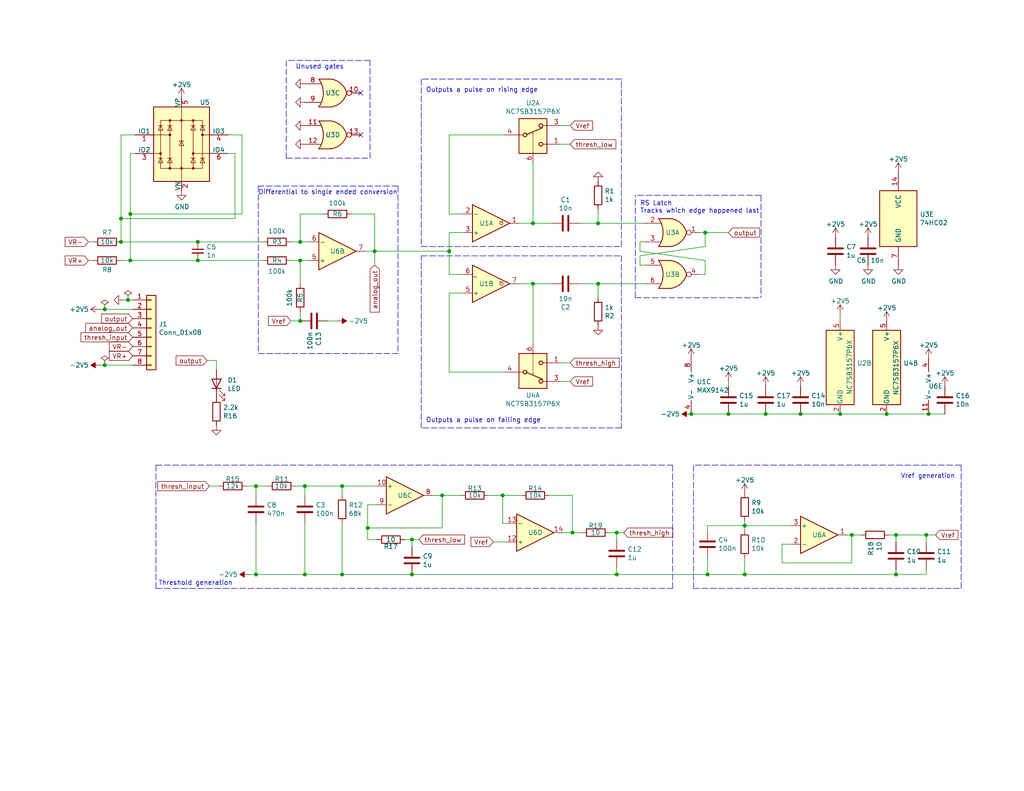
<source format=kicad_sch>
(kicad_sch (version 20211123) (generator eeschema)
  (paper "A")
  (title_block (title "VR for rusEFI") (date "2023-04-30") (company "rusEFI"))
  (lib_symbols
    (symbol "74xx:74HC02" (pin_names (offset 1.016))
      (property "Reference" "U" (at 0 1.27 0))
      (property "Value" "74HC02" (at 0 -1.27 0))
      (symbol "74HC02_1_1"
        (pin output inverted (at 7.62 0 180) (length 3.81) (name "~") (number "1"))
        (pin input line (at -7.62 2.54 0) (length 4.318) (name "~") (number "2"))
        (pin input line (at -7.62 -2.54 0) (length 4.318) (name "~") (number "3"))
      )
      (symbol "74HC02_1_2"
        (pin output line (at 7.62 0 180) (length 3.81) (name "~") (number "1"))
        (pin input inverted (at -7.62 2.54 0) (length 3.81) (name "~") (number "2"))
        (pin input inverted (at -7.62 -2.54 0) (length 3.81) (name "~") (number "3"))
      )
      (symbol "74HC02_2_1"
        (pin output inverted (at 7.62 0 180) (length 3.81) (name "~") (number "4"))
        (pin input line (at -7.62 2.54 0) (length 4.318) (name "~") (number "5"))
        (pin input line (at -7.62 -2.54 0) (length 4.318) (name "~") (number "6"))
      )
      (symbol "74HC02_2_2"
        (pin output line (at 7.62 0 180) (length 3.81) (name "~") (number "4"))
        (pin input inverted (at -7.62 2.54 0) (length 3.81) (name "~") (number "5"))
        (pin input inverted (at -7.62 -2.54 0) (length 3.81) (name "~") (number "6"))
      )
      (symbol "74HC02_3_1"
        (pin output inverted (at 7.62 0 180) (length 3.81) (name "~") (number "10"))
        (pin input line (at -7.62 2.54 0) (length 4.318) (name "~") (number "8"))
        (pin input line (at -7.62 -2.54 0) (length 4.318) (name "~") (number "9"))
      )
      (symbol "74HC02_3_2"
        (pin output line (at 7.62 0 180) (length 3.81) (name "~") (number "10"))
        (pin input inverted (at -7.62 2.54 0) (length 3.81) (name "~") (number "8"))
        (pin input inverted (at -7.62 -2.54 0) (length 3.81) (name "~") (number "9"))
      )
      (symbol "74HC02_4_1"
        (pin input line (at -7.62 2.54 0) (length 4.318) (name "~") (number "11"))
        (pin input line (at -7.62 -2.54 0) (length 4.318) (name "~") (number "12"))
        (pin output inverted (at 7.62 0 180) (length 3.81) (name "~") (number "13"))
      )
      (symbol "74HC02_4_2"
        (pin input inverted (at -7.62 2.54 0) (length 3.81) (name "~") (number "11"))
        (pin input inverted (at -7.62 -2.54 0) (length 3.81) (name "~") (number "12"))
        (pin output line (at 7.62 0 180) (length 3.81) (name "~") (number "13"))
      )
      (symbol "74HC02_5_0"
        (pin power_in line (at 0 12.7 270) (length 5.08) (name "VCC") (number "14"))
        (pin power_in line (at 0 -12.7 90) (length 5.08) (name "GND") (number "7"))
      )
    )
    (symbol "Amplifier_Operational:MCP6004" (pin_names (offset 0.127))
      (property "Reference" "U" (at 0 5.08 0))
      (property "Value" "MCP6004" (at 0 -5.08 0))
      (symbol "MCP6004_1_1"
        (pin output line (at 7.62 0 180) (length 2.54) (name "~") (number "1"))
        (pin input line (at -7.62 -2.54 0) (length 2.54) (name "-") (number "2"))
        (pin input line (at -7.62 2.54 0) (length 2.54) (name "+") (number "3"))
      )
      (symbol "MCP6004_2_1"
        (pin input line (at -7.62 2.54 0) (length 2.54) (name "+") (number "5"))
        (pin input line (at -7.62 -2.54 0) (length 2.54) (name "-") (number "6"))
        (pin output line (at 7.62 0 180) (length 2.54) (name "~") (number "7"))
      )
      (symbol "MCP6004_3_1"
        (pin input line (at -7.62 2.54 0) (length 2.54) (name "+") (number "10"))
        (pin output line (at 7.62 0 180) (length 2.54) (name "~") (number "8"))
        (pin input line (at -7.62 -2.54 0) (length 2.54) (name "-") (number "9"))
      )
      (symbol "MCP6004_4_1"
        (pin input line (at -7.62 2.54 0) (length 2.54) (name "+") (number "12"))
        (pin input line (at -7.62 -2.54 0) (length 2.54) (name "-") (number "13"))
        (pin output line (at 7.62 0 180) (length 2.54) (name "~") (number "14"))
      )
      (symbol "MCP6004_5_1"
        (pin power_in line (at -2.54 -7.62 90) (length 3.81) (name "V-") (number "11"))
        (pin power_in line (at -2.54 7.62 270) (length 3.81) (name "V+") (number "4"))
      )
    )
    (symbol "Analog_Switch:NC7SB3157P6X" (pin_names (offset 0.127))
      (property "Reference" "U" (at -3.175 4.699 0))
      (property "Value" "NC7SB3157P6X" (at -3.175 2.921 0))
      (symbol "NC7SB3157P6X_1_1"
        (pin passive line (at 7.62 -5.08 180) (length 2.54) (name "~") (number "1"))
        (pin passive line (at 7.62 0 180) (length 2.54) (name "~") (number "3"))
        (pin passive line (at -7.62 -2.54 0) (length 2.54) (name "~") (number "4"))
        (pin input line (at 0 -10.16 90) (length 2.54) (name "~") (number "6"))
      )
      (symbol "NC7SB3157P6X_2_0"
        (pin power_in line (at 0 -12.7 90) (length 2.54) (name "GND") (number "2"))
        (pin power_in line (at 0 12.7 270) (length 2.54) (name "V+") (number "5"))
      )
    )
    (symbol "Comparator:LM393" (pin_names (offset 0.127))
      (property "Reference" "U" (at 3.81 3.81 0))
      (property "Value" "LM393" (at 6.35 -3.81 0))
      (symbol "LM393_1_1"
        (pin open_collector line (at 7.62 0 180) (length 2.54) (name "~") (number "1"))
        (pin input line (at -7.62 -2.54 0) (length 2.54) (name "-") (number "2"))
        (pin input line (at -7.62 2.54 0) (length 2.54) (name "+") (number "3"))
      )
      (symbol "LM393_2_1"
        (pin input line (at -7.62 2.54 0) (length 2.54) (name "+") (number "5"))
        (pin input line (at -7.62 -2.54 0) (length 2.54) (name "_") (number "6"))
        (pin open_collector line (at 7.62 0 180) (length 2.54) (name "~") (number "7"))
      )
      (symbol "LM393_3_1"
        (pin power_in line (at -2.54 -7.62 90) (length 3.81) (name "V-") (number "4"))
        (pin power_in line (at -2.54 7.62 270) (length 3.81) (name "V+") (number "8"))
      )
    )
    (symbol "Connector_Generic:Conn_01x08" (pin_names (offset 1.016) hide)
      (property "Reference" "J" (at 0 10.16 0))
      (property "Value" "Conn_01x08" (at 0 -12.7 0))
      (symbol "Conn_01x08_1_1"
        (pin passive line (at -5.08 7.62 0) (length 3.81) (name "Pin_1") (number "1"))
        (pin passive line (at -5.08 5.08 0) (length 3.81) (name "Pin_2") (number "2"))
        (pin passive line (at -5.08 2.54 0) (length 3.81) (name "Pin_3") (number "3"))
        (pin passive line (at -5.08 0 0) (length 3.81) (name "Pin_4") (number "4"))
        (pin passive line (at -5.08 -2.54 0) (length 3.81) (name "Pin_5") (number "5"))
        (pin passive line (at -5.08 -5.08 0) (length 3.81) (name "Pin_6") (number "6"))
        (pin passive line (at -5.08 -7.62 0) (length 3.81) (name "Pin_7") (number "7"))
        (pin passive line (at -5.08 -10.16 0) (length 3.81) (name "Pin_8") (number "8"))
      )
    )
    (symbol "Device:C" (pin_numbers hide) (pin_names (offset 0.254))
      (property "Reference" "C" (at 0.635 2.54 0))
      (property "Value" "C" (at 0.635 -2.54 0))
      (symbol "C_1_1"
        (pin passive line (at 0 3.81 270) (length 2.794) (name "~") (number "1"))
        (pin passive line (at 0 -3.81 90) (length 2.794) (name "~") (number "2"))
      )
    )
    (symbol "Device:C_Small" (pin_numbers hide) (pin_names (offset 0.254) hide)
      (property "Reference" "C" (at 0.254 1.778 0))
      (property "Value" "C_Small" (at 0.254 -2.032 0))
      (symbol "C_Small_1_1"
        (pin passive line (at 0 2.54 270) (length 2.032) (name "~") (number "1"))
        (pin passive line (at 0 -2.54 90) (length 2.032) (name "~") (number "2"))
      )
    )
    (symbol "Device:LED" (pin_numbers hide) (pin_names (offset 1.016) hide)
      (property "Reference" "D" (at 0 2.54 0))
      (property "Value" "LED" (at 0 -2.54 0))
      (symbol "LED_1_1"
        (pin passive line (at -3.81 0 0) (length 2.54) (name "K") (number "1"))
        (pin passive line (at 3.81 0 180) (length 2.54) (name "A") (number "2"))
      )
    )
    (symbol "Device:R" (pin_numbers hide) (pin_names (offset 0))
      (property "Reference" "R" (at 2.032 0 90))
      (property "Value" "R" (at 0 0 90))
      (symbol "R_1_1"
        (pin passive line (at 0 3.81 270) (length 1.27) (name "~") (number "1"))
        (pin passive line (at 0 -3.81 90) (length 1.27) (name "~") (number "2"))
      )
    )
    (symbol "Power_Protection:SRV05-4" (pin_names (offset 0))
      (property "Reference" "U" (at -5.08 11.43 0))
      (property "Value" "SRV05-4" (at 2.54 11.43 0))
      (symbol "SRV05-4_1_1"
        (pin passive line (at -12.7 2.54 0) (length 5.08) (name "IO1") (number "1"))
        (pin passive line (at 0 -12.7 90) (length 2.54) (name "VN") (number "2"))
        (pin passive line (at -12.7 -2.54 0) (length 5.08) (name "IO2") (number "3"))
        (pin passive line (at 12.7 2.54 180) (length 5.08) (name "IO3") (number "4"))
        (pin passive line (at 0 12.7 270) (length 2.54) (name "VP") (number "5"))
        (pin passive line (at 12.7 -2.54 180) (length 5.08) (name "IO4") (number "6"))
      )
    )
    (symbol "power:+2V5" (power) (pin_names (offset 0))
      (property "Value" "+2V5" (at 0 3.556 0))
      (symbol "+2V5_1_1"
        (pin power_in line (at 0 0 90) (length 0) hide (name "+2V5") (number "1"))
      )
    )
    (symbol "power:-2V5" (power) (pin_names (offset 0))
      (property "Value" "-2V5" (at 0 3.81 0))
      (symbol "-2V5_0_0"
        (pin power_in line (at 0 0 90) (length 0) hide (name "-2V5") (number "1"))
      )
    )
    (symbol "power:GND" (power) (pin_names (offset 0))
      (property "Value" "GND" (at 0 -3.81 0))
      (symbol "GND_1_1"
        (pin power_in line (at 0 0 270) (length 0) hide (name "GND") (number "1"))
      )
    )
    (symbol "power:PWR_FLAG" (power) (pin_numbers hide) (pin_names (offset 0) hide)
      (property "Value" "PWR_FLAG" (at 0 3.81 0))
      (symbol "PWR_FLAG_0_0"
        (pin power_out line (at 0 0 90) (length 0) (name "pwr") (number "1"))
      )
    )
  )
  (junction (at 163.195 60.96))
  (junction (at 53.975 71.12))
  (junction (at 34.925 81.915))
  (junction (at 198.755 113.03))
  (junction (at 33.02 59.69))
  (junction (at 69.85 132.715))
  (junction (at 229.235 113.03))
  (junction (at 241.935 113.03))
  (junction (at 193.04 156.845))
  (junction (at 81.915 87.63))
  (junction (at 203.2 156.845))
  (junction (at 145.415 60.96))
  (junction (at 122.555 68.58))
  (junction (at 81.915 66.04))
  (junction (at 83.185 132.715))
  (junction (at 53.975 66.04))
  (junction (at 168.275 156.845))
  (junction (at 69.85 156.845))
  (junction (at 120.65 135.255))
  (junction (at 145.415 77.47))
  (junction (at 188.595 113.03))
  (junction (at 137.16 135.255))
  (junction (at 28.575 84.455))
  (junction (at 35.56 58.42))
  (junction (at 218.44 113.03))
  (junction (at 83.185 156.845))
  (junction (at 244.475 146.05))
  (junction (at 244.475 156.845))
  (junction (at 163.195 77.47))
  (junction (at 112.395 147.32))
  (junction (at 156.21 145.415))
  (junction (at 252.73 146.05))
  (junction (at 208.915 113.03))
  (junction (at 81.915 71.12))
  (junction (at 203.2 143.51))
  (junction (at 168.275 145.415))
  (junction (at 232.41 146.05))
  (junction (at 93.345 156.845))
  (junction (at 253.365 113.03))
  (junction (at 93.345 132.715))
  (junction (at 35.56 71.12))
  (junction (at 112.395 156.845))
  (junction (at 100.33 144.145))
  (junction (at 33.02 66.04))
  (junction (at 28.575 99.695))
  (junction (at 102.235 68.58))
  (junction (at 192.405 63.5))
  (no_connect (at 98.425 25.4))
  (no_connect (at 98.425 36.83))
  (wire (pts (xy 156.21 145.415) (xy 158.75 145.415)))
  (wire (pts (xy 168.275 147.32) (xy 168.275 145.415)))
  (wire (pts (xy 81.915 66.04) (xy 84.455 66.04)))
  (wire (pts (xy 35.56 71.12) (xy 33.02 71.12)))
  (wire (pts (xy 145.415 77.47) (xy 150.495 77.47)))
  (wire (pts (xy 79.375 87.63) (xy 81.915 87.63)))
  (wire (pts (xy 125.73 135.255) (xy 120.65 135.255)))
  (wire (pts (xy 102.235 58.42) (xy 102.235 68.58)))
  (polyline (pts (xy 169.545 67.31) (xy 169.545 21.59)))
  (wire (pts (xy 253.365 113.03) (xy 257.81 113.03)))
  (wire (pts (xy 192.405 71.12) (xy 192.405 74.93)))
  (wire (pts (xy 36.83 36.83) (xy 33.02 36.83)))
  (wire (pts (xy 232.41 146.05) (xy 231.14 146.05)))
  (wire (pts (xy 241.935 113.03) (xy 253.365 113.03)))
  (wire (pts (xy 155.575 104.14) (xy 153.035 104.14)))
  (wire (pts (xy 252.73 146.05) (xy 255.27 146.05)))
  (wire (pts (xy 100.33 147.32) (xy 102.87 147.32)))
  (wire (pts (xy 244.475 155.575) (xy 244.475 156.845)))
  (wire (pts (xy 244.475 146.05) (xy 242.57 146.05)))
  (wire (pts (xy 145.415 60.96) (xy 145.415 44.45)))
  (wire (pts (xy 208.915 113.03) (xy 218.44 113.03)))
  (polyline (pts (xy 114.935 21.59) (xy 114.935 67.31)))
  (polyline (pts (xy 114.935 69.85) (xy 169.545 69.85)))
  (wire (pts (xy 232.41 153.67) (xy 232.41 146.05)))
  (wire (pts (xy 175.895 72.39) (xy 174.625 72.39)))
  (wire (pts (xy 163.195 60.96) (xy 163.195 57.15)))
  (wire (pts (xy 213.36 153.67) (xy 232.41 153.67)))
  (wire (pts (xy 203.2 143.51) (xy 203.2 144.78)))
  (polyline (pts (xy 114.935 67.31) (xy 169.545 67.31)))
  (wire (pts (xy 156.21 135.255) (xy 156.21 145.415)))
  (wire (pts (xy 234.95 146.05) (xy 232.41 146.05)))
  (wire (pts (xy 244.475 146.05) (xy 252.73 146.05)))
  (wire (pts (xy 137.795 101.6) (xy 122.555 101.6)))
  (wire (pts (xy 122.555 74.93) (xy 122.555 68.58)))
  (polyline (pts (xy 189.23 127) (xy 189.23 160.655)))
  (wire (pts (xy 67.945 156.845) (xy 69.85 156.845)))
  (wire (pts (xy 28.575 99.695) (xy 36.195 99.695)))
  (wire (pts (xy 193.04 152.4) (xy 193.04 156.845)))
  (wire (pts (xy 163.195 77.47) (xy 175.895 77.47)))
  (wire (pts (xy 35.56 41.91) (xy 35.56 58.42)))
  (polyline (pts (xy 262.255 160.655) (xy 262.255 127)))
  (wire (pts (xy 36.83 41.91) (xy 35.56 41.91)))
  (polyline (pts (xy 108.585 50.8) (xy 70.485 50.8)))
  (wire (pts (xy 83.185 156.845) (xy 93.345 156.845)))
  (wire (pts (xy 33.02 36.83) (xy 33.02 59.69)))
  (wire (pts (xy 141.605 60.96) (xy 145.415 60.96)))
  (wire (pts (xy 155.575 34.29) (xy 153.035 34.29)))
  (wire (pts (xy 122.555 36.83) (xy 122.555 58.42)))
  (wire (pts (xy 81.915 71.12) (xy 84.455 71.12)))
  (wire (pts (xy 163.195 60.96) (xy 175.895 60.96)))
  (wire (pts (xy 69.85 156.845) (xy 83.185 156.845)))
  (wire (pts (xy 155.575 99.06) (xy 153.035 99.06)))
  (wire (pts (xy 83.185 132.715) (xy 93.345 132.715)))
  (polyline (pts (xy 100.965 43.18) (xy 100.965 16.51)))
  (wire (pts (xy 120.65 144.145) (xy 120.65 135.255)))
  (polyline (pts (xy 42.545 160.655) (xy 183.515 160.655)))
  (wire (pts (xy 145.415 60.96) (xy 150.495 60.96)))
  (wire (pts (xy 35.56 71.12) (xy 53.975 71.12)))
  (wire (pts (xy 88.265 58.42) (xy 81.915 58.42)))
  (wire (pts (xy 134.62 147.955) (xy 138.43 147.955)))
  (wire (pts (xy 81.915 87.63) (xy 81.915 85.09)))
  (wire (pts (xy 35.56 58.42) (xy 35.56 71.12)))
  (wire (pts (xy 28.575 84.455) (xy 36.195 84.455)))
  (wire (pts (xy 35.56 58.42) (xy 66.04 58.42)))
  (polyline (pts (xy 42.545 127) (xy 183.515 127)))
  (wire (pts (xy 203.2 156.845) (xy 244.475 156.845)))
  (polyline (pts (xy 42.545 160.655) (xy 42.545 127)))
  (wire (pts (xy 24.13 66.04) (xy 25.4 66.04)))
  (wire (pts (xy 66.04 36.83) (xy 62.23 36.83)))
  (wire (pts (xy 80.645 132.715) (xy 83.185 132.715)))
  (polyline (pts (xy 207.645 53.34) (xy 207.645 81.28)))
  (wire (pts (xy 59.055 98.425) (xy 59.055 100.965)))
  (wire (pts (xy 174.625 72.39) (xy 174.625 69.85)))
  (wire (pts (xy 33.02 59.69) (xy 64.135 59.69)))
  (wire (pts (xy 64.135 41.91) (xy 62.23 41.91)))
  (wire (pts (xy 66.04 58.42) (xy 66.04 36.83)))
  (wire (pts (xy 56.515 98.425) (xy 59.055 98.425)))
  (wire (pts (xy 229.235 113.03) (xy 241.935 113.03)))
  (wire (pts (xy 83.185 135.255) (xy 83.185 132.715)))
  (polyline (pts (xy 169.545 116.84) (xy 114.935 116.84)))
  (polyline (pts (xy 173.355 81.28) (xy 207.645 81.28)))
  (wire (pts (xy 174.625 66.04) (xy 174.625 68.58)))
  (wire (pts (xy 102.235 68.58) (xy 99.695 68.58)))
  (polyline (pts (xy 207.645 53.34) (xy 173.355 53.34)))
  (wire (pts (xy 158.115 60.96) (xy 163.195 60.96)))
  (wire (pts (xy 69.85 156.845) (xy 69.85 142.875)))
  (wire (pts (xy 27.305 99.695) (xy 28.575 99.695)))
  (polyline (pts (xy 189.23 160.655) (xy 262.255 160.655)))
  (wire (pts (xy 149.86 135.255) (xy 156.21 135.255)))
  (polyline (pts (xy 78.105 43.18) (xy 100.965 43.18)))
  (polyline (pts (xy 100.965 16.51) (xy 78.105 16.51)))
  (wire (pts (xy 112.395 147.32) (xy 110.49 147.32)))
  (wire (pts (xy 53.975 66.04) (xy 71.755 66.04)))
  (wire (pts (xy 89.535 87.63) (xy 92.075 87.63)))
  (wire (pts (xy 33.02 66.04) (xy 53.975 66.04)))
  (wire (pts (xy 71.755 71.12) (xy 53.975 71.12)))
  (wire (pts (xy 188.595 113.03) (xy 198.755 113.03)))
  (wire (pts (xy 122.555 80.01) (xy 126.365 80.01)))
  (wire (pts (xy 170.18 145.415) (xy 168.275 145.415)))
  (wire (pts (xy 100.33 137.795) (xy 100.33 144.145)))
  (wire (pts (xy 138.43 142.875) (xy 137.16 142.875)))
  (wire (pts (xy 229.235 85.725) (xy 229.235 87.63)))
  (wire (pts (xy 126.365 74.93) (xy 122.555 74.93)))
  (wire (pts (xy 114.3 147.32) (xy 112.395 147.32)))
  (wire (pts (xy 198.755 104.14) (xy 198.755 105.41)))
  (wire (pts (xy 158.115 77.47) (xy 163.195 77.47)))
  (wire (pts (xy 168.275 145.415) (xy 166.37 145.415)))
  (wire (pts (xy 112.395 156.845) (xy 168.275 156.845)))
  (wire (pts (xy 95.885 58.42) (xy 102.235 58.42)))
  (wire (pts (xy 102.87 137.795) (xy 100.33 137.795)))
  (wire (pts (xy 122.555 68.58) (xy 102.235 68.58)))
  (wire (pts (xy 156.21 145.415) (xy 153.67 145.415)))
  (wire (pts (xy 81.915 77.47) (xy 81.915 71.12)))
  (wire (pts (xy 83.185 142.875) (xy 83.185 156.845)))
  (wire (pts (xy 93.345 132.715) (xy 93.345 135.255)))
  (wire (pts (xy 137.16 135.255) (xy 133.35 135.255)))
  (wire (pts (xy 137.16 135.255) (xy 142.24 135.255)))
  (wire (pts (xy 168.275 156.845) (xy 193.04 156.845)))
  (wire (pts (xy 252.73 147.955) (xy 252.73 146.05)))
  (polyline (pts (xy 173.355 81.28) (xy 173.355 53.34)))
  (wire (pts (xy 145.415 77.47) (xy 141.605 77.47)))
  (polyline (pts (xy 183.515 127) (xy 183.515 160.655)))
  (wire (pts (xy 175.895 66.04) (xy 174.625 66.04)))
  (wire (pts (xy 174.625 69.85) (xy 192.405 67.31)))
  (wire (pts (xy 69.85 132.715) (xy 69.85 135.255)))
  (wire (pts (xy 33.655 81.915) (xy 34.925 81.915)))
  (wire (pts (xy 193.04 143.51) (xy 203.2 143.51)))
  (wire (pts (xy 203.2 143.51) (xy 203.2 142.24)))
  (wire (pts (xy 137.16 142.875) (xy 137.16 135.255)))
  (wire (pts (xy 100.33 144.145) (xy 120.65 144.145)))
  (polyline (pts (xy 70.485 96.52) (xy 108.585 96.52)))
  (polyline (pts (xy 262.255 127) (xy 189.23 127)))
  (wire (pts (xy 27.305 84.455) (xy 28.575 84.455)))
  (wire (pts (xy 192.405 67.31) (xy 192.405 63.5)))
  (wire (pts (xy 100.33 144.145) (xy 100.33 147.32)))
  (wire (pts (xy 122.555 63.5) (xy 126.365 63.5)))
  (wire (pts (xy 122.555 68.58) (xy 122.555 63.5)))
  (wire (pts (xy 79.375 71.12) (xy 81.915 71.12)))
  (wire (pts (xy 93.345 142.875) (xy 93.345 156.845)))
  (wire (pts (xy 192.405 63.5) (xy 198.755 63.5)))
  (wire (pts (xy 215.9 143.51) (xy 203.2 143.51)))
  (wire (pts (xy 193.04 144.78) (xy 193.04 143.51)))
  (wire (pts (xy 34.925 81.915) (xy 36.195 81.915)))
  (wire (pts (xy 192.405 74.93) (xy 191.135 74.93)))
  (wire (pts (xy 153.035 39.37) (xy 155.575 39.37)))
  (wire (pts (xy 168.275 154.94) (xy 168.275 156.845)))
  (wire (pts (xy 102.87 132.715) (xy 93.345 132.715)))
  (polyline (pts (xy 169.545 21.59) (xy 114.935 21.59)))
  (wire (pts (xy 252.73 155.575) (xy 252.73 156.845)))
  (polyline (pts (xy 108.585 50.8) (xy 108.585 96.52)))
  (wire (pts (xy 137.795 36.83) (xy 122.555 36.83)))
  (wire (pts (xy 213.36 148.59) (xy 213.36 153.67)))
  (wire (pts (xy 67.31 132.715) (xy 69.85 132.715)))
  (wire (pts (xy 145.415 77.47) (xy 145.415 93.98)))
  (wire (pts (xy 120.65 135.255) (xy 118.11 135.255)))
  (polyline (pts (xy 70.485 50.8) (xy 70.485 96.52)))
  (wire (pts (xy 203.2 152.4) (xy 203.2 156.845)))
  (wire (pts (xy 193.04 156.845) (xy 203.2 156.845)))
  (wire (pts (xy 64.135 59.69) (xy 64.135 41.91)))
  (wire (pts (xy 244.475 147.955) (xy 244.475 146.05)))
  (wire (pts (xy 122.555 80.01) (xy 122.555 101.6)))
  (wire (pts (xy 25.4 71.12) (xy 24.13 71.12)))
  (wire (pts (xy 218.44 113.03) (xy 229.235 113.03)))
  (wire (pts (xy 81.915 58.42) (xy 81.915 66.04)))
  (wire (pts (xy 59.69 132.715) (xy 57.15 132.715)))
  (wire (pts (xy 215.9 148.59) (xy 213.36 148.59)))
  (wire (pts (xy 112.395 149.225) (xy 112.395 147.32)))
  (polyline (pts (xy 78.105 16.51) (xy 78.105 43.18)))
  (wire (pts (xy 79.375 66.04) (xy 81.915 66.04)))
  (wire (pts (xy 163.195 77.47) (xy 163.195 81.28)))
  (wire (pts (xy 192.405 63.5) (xy 191.135 63.5)))
  (wire (pts (xy 198.755 113.03) (xy 208.915 113.03)))
  (wire (pts (xy 174.625 68.58) (xy 192.405 71.12)))
  (wire (pts (xy 122.555 58.42) (xy 126.365 58.42)))
  (wire (pts (xy 102.235 72.39) (xy 102.235 68.58)))
  (wire (pts (xy 73.025 132.715) (xy 69.85 132.715)))
  (wire (pts (xy 244.475 156.845) (xy 252.73 156.845)))
  (polyline (pts (xy 114.935 116.84) (xy 114.935 69.85)))
  (polyline (pts (xy 169.545 69.85) (xy 169.545 116.84)))
  (wire (pts (xy 33.02 59.69) (xy 33.02 66.04)))
  (wire (pts (xy 93.345 156.845) (xy 112.395 156.845)))
  (text "RS Latch\nTracks which edge happened last" (at 174.625 58.42 0) (effects (font (size 1.27 1.27)) (justify left bottom)))
  (text "Threshold generation" (at 43.18 160.02 0) (effects (font (size 1.27 1.27)) (justify left bottom)))
  (text "Outputs a pulse on rising edge" (at 116.205 25.4 0) (effects (font (size 1.27 1.27)) (justify left bottom)))
  (text "Unused gates" (at 80.645 19.05 0) (effects (font (size 1.27 1.27)) (justify left bottom)))
  (text "Differential to single ended conversion" (at 70.485 53.34 0) (effects (font (size 1.27 1.27)) (justify left bottom)))
  (text "Vref generation" (at 245.745 130.81 0) (effects (font (size 1.27 1.27)) (justify left bottom)))
  (text "Outputs a pulse on falling edge" (at 116.205 115.57 0) (effects (font (size 1.27 1.27)) (justify left bottom)))
  (global_label "VR-" (shape input) (at 36.195 94.615 180) (property "Intersheet References" "${INTERSHEET_REFS}" (effects hide)))
  (global_label "Vref" (shape input) (at 134.62 147.955 180) (property "Intersheet References" "${INTERSHEET_REFS}" (effects hide)))
  (global_label "thresh_low" (shape input) (at 155.575 39.37 0) (property "Intersheet References" "${INTERSHEET_REFS}" (effects hide)))
  (global_label "VR+" (shape input) (at 36.195 97.155 180) (property "Intersheet References" "${INTERSHEET_REFS}" (effects hide)))
  (global_label "VR+" (shape input) (at 24.13 71.12 180) (property "Intersheet References" "${INTERSHEET_REFS}" (effects hide)))
  (global_label "Vref" (shape input) (at 79.375 87.63 180) (property "Intersheet References" "${INTERSHEET_REFS}" (effects hide)))
  (global_label "Vref" (shape input) (at 155.575 104.14 0) (property "Intersheet References" "${INTERSHEET_REFS}" (effects hide)))
  (global_label "analog_out" (shape input) (at 102.235 72.39 270) (property "Intersheet References" "${INTERSHEET_REFS}" (effects hide)))
  (global_label "Vref" (shape input) (at 155.575 34.29 0) (property "Intersheet References" "${INTERSHEET_REFS}" (effects hide)))
  (global_label "thresh_low" (shape input) (at 114.3 147.32 0) (property "Intersheet References" "${INTERSHEET_REFS}" (effects hide)))
  (global_label "thresh_high" (shape input) (at 155.575 99.06 0) (property "Intersheet References" "${INTERSHEET_REFS}" (effects hide)))
  (global_label "thresh_high" (shape input) (at 170.18 145.415 0) (property "Intersheet References" "${INTERSHEET_REFS}" (effects hide)))
  (global_label "VR-" (shape input) (at 24.13 66.04 180) (property "Intersheet References" "${INTERSHEET_REFS}" (effects hide)))
  (global_label "analog_out" (shape input) (at 36.195 89.535 180) (property "Intersheet References" "${INTERSHEET_REFS}" (effects hide)))
  (global_label "Vref" (shape input) (at 255.27 146.05 0) (property "Intersheet References" "${INTERSHEET_REFS}" (effects hide)))
  (global_label "output" (shape input) (at 198.755 63.5 0) (property "Intersheet References" "${INTERSHEET_REFS}" (effects hide)))
  (global_label "output" (shape input) (at 56.515 98.425 180) (property "Intersheet References" "${INTERSHEET_REFS}" (effects hide)))
  (global_label "thresh_input" (shape input) (at 57.15 132.715 180) (property "Intersheet References" "${INTERSHEET_REFS}" (effects hide)))
  (global_label "thresh_input" (shape input) (at 36.195 92.075 180) (property "Intersheet References" "${INTERSHEET_REFS}" (effects hide)))
  (global_label "output" (shape input) (at 36.195 86.995 180) (property "Intersheet References" "${INTERSHEET_REFS}" (effects hide)))
  (symbol (lib_id "Device:C") (at 154.305 60.96 270) (unit 1)
    (property "Reference" "C1" (at 154.305 54.5592 90))
    (property "Value" "10n" (at 154.305 56.8706 90))
    (property "Footprint" "Capacitor_SMD:C_0402_1005Metric" (effects hide))
    (property "LCSC" "C15195" (effects hide))
  )
  (symbol (lib_id "Device:R") (at 163.195 53.34 0) (unit 1)
    (property "Reference" "R1" (at 164.973 52.1716 0) (effects (justify left)))
    (property "Value" "1k" (at 164.973 54.483 0) (effects (justify left)))
    (property "Footprint" "Resistor_SMD:R_0402_1005Metric" (effects hide))
    (property "LCSC" "C11702" (effects hide))
  )
  (symbol (lib_id "power:GND") (at 163.195 49.53 180) (unit 1)
    (property "Reference" "#PWR0101" (effects hide))
    (property "Value" "GND" (effects hide))
  )
  (symbol (lib_id "Device:C") (at 154.305 77.47 270) (mirror x) (unit 1)
    (property "Reference" "C2" (at 154.305 83.8708 90))
    (property "Value" "10n" (at 154.305 81.5594 90))
    (property "Footprint" "Capacitor_SMD:C_0402_1005Metric" (effects hide))
    (property "LCSC" "C15195" (effects hide))
  )
  (symbol (lib_id "Device:R") (at 163.195 85.09 0) (mirror x) (unit 1)
    (property "Reference" "R2" (at 164.973 86.2584 0) (effects (justify left)))
    (property "Value" "1k" (at 164.973 83.947 0) (effects (justify left)))
    (property "Footprint" "Resistor_SMD:R_0402_1005Metric" (effects hide))
    (property "LCSC" "C11702" (effects hide))
  )
  (symbol (lib_id "power:GND") (at 163.195 88.9 0) (mirror y) (unit 1)
    (property "Reference" "#PWR0102" (effects hide))
    (property "Value" "GND" (effects hide))
  )
  (symbol (lib_id "power:GND") (at 245.11 72.39 0) (unit 1)
    (property "Reference" "#PWR0103" (effects hide))
    (property "Value" "GND" (at 245.237 76.7842 0))
  )
  (symbol (lib_id "power:+2V5") (at 229.235 85.725 0) (unit 1)
    (property "Reference" "#PWR?" (effects hide))
    (property "Value" "+2V5" (at 229.235 82.169 0))
  )
  (symbol (lib_id "power:+2V5") (at 241.935 87.63 0) (unit 1)
    (property "Reference" "#PWR?" (effects hide))
    (property "Value" "+2V5" (at 241.935 84.074 0))
  )
  (symbol (lib_id "power:+2V5") (at 188.595 97.79 0) (unit 1)
    (property "Reference" "#PWR?" (effects hide))
    (property "Value" "+2V5" (at 188.595 94.234 0))
  )
  (symbol (lib_id "power:+2V5") (at 245.11 46.99 0) (unit 1)
    (property "Reference" "#PWR?" (effects hide))
    (property "Value" "+2V5" (at 245.11 43.434 0))
  )
  (symbol (lib_id "Comparator:LM393") (at 133.985 60.96 0) (mirror x) (unit 1)
    (property "Reference" "U1" (at 132.715 60.96 0))
    (property "Value" "MAX9142" (effects hide))
    (property "Footprint" "Package_SO:SOIC-8_3.9x4.9mm_P1.27mm" (effects hide))
    (property "Datasheet" "http://www.ti.com/lit/ds/symlink/lm393.pdf" (effects hide))
    (property "LCSC" "C18567" (effects hide))
  )
  (symbol (lib_id "Comparator:LM393") (at 133.985 77.47 0) (mirror x) (unit 2)
    (property "Reference" "U1" (at 132.715 77.47 0))
    (property "Value" "MAX9142" (effects hide))
    (property "Footprint" "Package_SO:SOIC-8_3.9x4.9mm_P1.27mm" (effects hide))
    (property "Datasheet" "http://www.ti.com/lit/ds/symlink/lm393.pdf" (effects hide))
    (property "LCSC" "C18567" (effects hide))
  )
  (symbol (lib_id "Comparator:LM393") (at 191.135 105.41 0) (unit 3)
    (property "Reference" "U1" (at 190.0682 104.2416 0) (effects (justify left)))
    (property "Value" "MAX9142" (at 190.0682 106.553 0) (effects (justify left)))
    (property "Footprint" "Package_SO:SOIC-8_3.9x4.9mm_P1.27mm" (effects hide))
    (property "Datasheet" "http://www.ti.com/lit/ds/symlink/lm393.pdf" (effects hide))
    (property "LCSC" "C18567" (effects hide))
  )
  (symbol (lib_id "Analog_Switch:NC7SB3157P6X") (at 145.415 34.29 0) (unit 1)
    (property "Reference" "U2" (at 145.415 28.1432 0))
    (property "Value" "NC7SB3157P6X" (at 145.415 30.4546 0))
    (property "Footprint" "Package_TO_SOT_SMD:SOT-363_SC-70-6" (effects hide))
    (property "Datasheet" "https://www.onsemi.com/pub/Collateral/NC7SB3157-D.PDF" (effects hide))
    (property "LCSC" "C87403" (effects hide))
  )
  (symbol (lib_id "Analog_Switch:NC7SB3157P6X") (at 229.235 100.33 0) (mirror y) (unit 2)
    (property "Reference" "U2" (at 233.807 99.1616 0) (effects (justify right)))
    (property "Value" "NC7SB3157P6X" (at 231.775 92.71 90) (effects (justify right)))
    (property "Footprint" "Package_TO_SOT_SMD:SOT-363_SC-70-6" (effects hide))
    (property "Datasheet" "https://www.onsemi.com/pub/Collateral/NC7SB3157-D.PDF" (effects hide))
    (property "LCSC" "C87403" (effects hide))
  )
  (symbol (lib_id "Analog_Switch:NC7SB3157P6X") (at 145.415 104.14 0) (mirror x) (unit 1)
    (property "Reference" "U4" (at 145.415 107.9246 0))
    (property "Value" "NC7SB3157P6X" (at 145.415 110.236 0))
    (property "Footprint" "Package_TO_SOT_SMD:SOT-363_SC-70-6" (effects hide))
    (property "Datasheet" "https://www.onsemi.com/pub/Collateral/NC7SB3157-D.PDF" (effects hide))
    (property "LCSC" "C87403" (effects hide))
  )
  (symbol (lib_id "Analog_Switch:NC7SB3157P6X") (at 241.935 100.33 0) (unit 2)
    (property "Reference" "U4" (at 246.507 99.1616 0) (effects (justify left)))
    (property "Value" "NC7SB3157P6X" (at 244.475 107.95 90) (effects (justify left)))
    (property "Footprint" "Package_TO_SOT_SMD:SOT-363_SC-70-6" (effects hide))
    (property "Datasheet" "https://www.onsemi.com/pub/Collateral/NC7SB3157-D.PDF" (effects hide))
    (property "LCSC" "C87403" (effects hide))
  )
  (symbol (lib_id "Amplifier_Operational:MCP6004") (at 223.52 146.05 0) (unit 1)
    (property "Reference" "U6" (at 223.52 146.05 0))
    (property "Value" "MCP6004" (effects hide))
    (property "Footprint" "Package_SO:TSSOP-14_4.4x5mm_P0.65mm" (effects hide))
    (property "Datasheet" "http://ww1.microchip.com/downloads/en/DeviceDoc/21733j.pdf" (effects hide))
    (property "LCSC" "C50282" (effects hide))
  )
  (symbol (lib_id "Amplifier_Operational:MCP6004") (at 92.075 68.58 0) (mirror x) (unit 2)
    (property "Reference" "U6" (at 92.075 68.58 0))
    (property "Value" "MCP6004" (effects hide))
    (property "Footprint" "Package_SO:TSSOP-14_4.4x5mm_P0.65mm" (effects hide))
    (property "Datasheet" "http://ww1.microchip.com/downloads/en/DeviceDoc/21733j.pdf" (effects hide))
    (property "LCSC" "C50282" (effects hide))
  )
  (symbol (lib_id "Amplifier_Operational:MCP6004") (at 110.49 135.255 0) (unit 3)
    (property "Reference" "U6" (at 110.49 135.255 0))
    (property "Value" "MCP6004" (effects hide))
    (property "Footprint" "Package_SO:TSSOP-14_4.4x5mm_P0.65mm" (effects hide))
    (property "Datasheet" "http://ww1.microchip.com/downloads/en/DeviceDoc/21733j.pdf" (effects hide))
    (property "LCSC" "C50282" (effects hide))
  )
  (symbol (lib_id "Amplifier_Operational:MCP6004") (at 146.05 145.415 0) (mirror x) (unit 4)
    (property "Reference" "U6" (at 146.05 145.415 0))
    (property "Value" "MCP6004" (effects hide))
    (property "Footprint" "Package_SO:TSSOP-14_4.4x5mm_P0.65mm" (effects hide))
    (property "Datasheet" "http://ww1.microchip.com/downloads/en/DeviceDoc/21733j.pdf" (effects hide))
    (property "LCSC" "C50282" (effects hide))
  )
  (symbol (lib_id "Amplifier_Operational:MCP6004") (at 255.905 105.41 0) (unit 5)
    (property "Reference" "U6" (at 255.27 105.41 0))
    (property "Value" "MCP6004" (effects hide))
    (property "Footprint" "Package_SO:TSSOP-14_4.4x5mm_P0.65mm" (effects hide))
    (property "Datasheet" "http://ww1.microchip.com/downloads/en/DeviceDoc/21733j.pdf" (effects hide))
    (property "LCSC" "C50282" (effects hide))
  )
  (symbol (lib_id "Power_Protection:SRV05-4") (at 49.53 39.37 0) (unit 1)
    (property "Reference" "U5" (at 55.88 27.94 0))
    (property "Value" "SRV05-4" (effects hide))
    (property "Footprint" "Package_TO_SOT_SMD:SOT-23-6" (effects hide))
    (property "Datasheet" "http://www.onsemi.com/pub/Collateral/SRV05-4-D.PDF" (effects hide))
    (property "LCSC" "C85364" (effects hide))
  )
  (symbol (lib_id "Device:R") (at 92.075 58.42 270) (unit 1)
    (property "Reference" "R6" (at 92.075 58.42 90))
    (property "Value" "100k" (at 92.075 55.4736 90))
    (property "Footprint" "Resistor_SMD:R_0402_1005Metric" (effects hide))
    (property "LCSC" "C25741" (effects hide))
  )
  (symbol (lib_id "Device:R") (at 81.915 81.28 0) (unit 1)
    (property "Reference" "R5" (at 81.915 81.28 90))
    (property "Value" "100k" (at 78.9686 81.28 90))
    (property "Footprint" "Resistor_SMD:R_0402_1005Metric" (effects hide))
    (property "LCSC" "C25741" (effects hide))
  )
  (symbol (lib_id "Device:R") (at 75.565 71.12 90) (unit 1)
    (property "Reference" "R4" (at 75.565 71.12 90))
    (property "Value" "100k" (at 75.565 74.0664 90))
    (property "Footprint" "Resistor_SMD:R_0402_1005Metric" (effects hide))
    (property "LCSC" "C25741" (effects hide))
  )
  (symbol (lib_id "Device:R") (at 75.565 66.04 270) (unit 1)
    (property "Reference" "R3" (at 75.565 66.04 90))
    (property "Value" "100k" (at 75.565 63.0936 90))
    (property "Footprint" "Resistor_SMD:R_0402_1005Metric" (effects hide))
    (property "LCSC" "C25741" (effects hide))
  )
  (symbol (lib_id "power:+2V5") (at 253.365 97.79 0) (unit 1)
    (property "Reference" "#PWR?" (effects hide))
    (property "Value" "+2V5" (at 253.365 94.234 0))
  )
  (symbol (lib_id "Device:R") (at 29.21 66.04 90) (unit 1)
    (property "Reference" "R7" (at 29.21 63.5 90))
    (property "Value" "10k" (at 29.21 66.04 90))
    (property "Footprint" "Resistor_SMD:R_0805_2012Metric" (effects hide))
    (property "LCSC" "C17414" (effects hide))
  )
  (symbol (lib_id "Device:R") (at 29.21 71.12 270) (unit 1)
    (property "Reference" "R8" (at 29.21 73.66 90))
    (property "Value" "10k" (at 29.21 71.12 90))
    (property "Footprint" "Resistor_SMD:R_0805_2012Metric" (effects hide))
    (property "LCSC" "C17414" (effects hide))
  )
  (symbol (lib_id "power:GND") (at 49.53 52.07 0) (unit 1)
    (property "Reference" "#PWR0113" (effects hide))
    (property "Value" "GND" (at 49.657 56.4642 0))
  )
  (symbol (lib_id "power:+2V5") (at 49.53 26.67 0) (unit 1)
    (property "Reference" "#PWR?" (effects hide))
    (property "Value" "+2V5" (at 49.53 23.114 0))
  )
  (symbol (lib_id "Device:R") (at 76.835 132.715 270) (unit 1)
    (property "Reference" "R11" (at 74.93 130.81 90) (effects (justify left)))
    (property "Value" "10k" (at 74.93 132.715 90) (effects (justify left)))
    (property "Footprint" "Resistor_SMD:R_0402_1005Metric" (effects hide))
    (property "LCSC" "C25744" (effects hide))
  )
  (symbol (lib_id "Device:R") (at 93.345 139.065 0) (unit 1)
    (property "Reference" "R12" (at 95.123 137.8966 0) (effects (justify left)))
    (property "Value" "68k" (at 95.123 140.208 0) (effects (justify left)))
    (property "Footprint" "Resistor_SMD:R_0402_1005Metric" (effects hide))
    (property "LCSC" "C36871" (effects hide))
  )
  (symbol (lib_id "Device:R") (at 129.54 135.255 270) (unit 1)
    (property "Reference" "R13" (at 129.54 133.35 90))
    (property "Value" "10k" (at 129.54 135.255 90))
    (property "Footprint" "Resistor_SMD:R_0402_1005Metric" (effects hide))
    (property "LCSC" "C25744" (effects hide))
  )
  (symbol (lib_id "Device:R") (at 146.05 135.255 270) (unit 1)
    (property "Reference" "R14" (at 146.05 133.35 90))
    (property "Value" "10k" (at 146.05 135.255 90))
    (property "Footprint" "Resistor_SMD:R_0402_1005Metric" (effects hide))
    (property "LCSC" "C25744" (effects hide))
  )
  (symbol (lib_id "Device:R") (at 203.2 148.59 0) (unit 1)
    (property "Reference" "R10" (at 204.978 147.4216 0) (effects (justify left)))
    (property "Value" "10k" (at 204.978 149.733 0) (effects (justify left)))
    (property "Footprint" "Resistor_SMD:R_0402_1005Metric" (effects hide))
    (property "LCSC" "C25744" (effects hide))
  )
  (symbol (lib_id "Device:R") (at 203.2 138.43 0) (unit 1)
    (property "Reference" "R9" (at 204.978 137.2616 0) (effects (justify left)))
    (property "Value" "10k" (at 204.978 139.573 0) (effects (justify left)))
    (property "Footprint" "Resistor_SMD:R_0402_1005Metric" (effects hide))
    (property "LCSC" "C25744" (effects hide))
  )
  (symbol (lib_id "power:+2V5") (at 203.2 134.62 0) (unit 1)
    (property "Reference" "#PWR?" (effects hide))
    (property "Value" "+2V5" (at 203.2 131.064 0))
  )
  (symbol (lib_id "Device:C") (at 83.185 139.065 0) (unit 1)
    (property "Reference" "C3" (at 86.106 137.8966 0) (effects (justify left)))
    (property "Value" "100n" (at 86.106 140.208 0) (effects (justify left)))
    (property "Footprint" "Capacitor_SMD:C_0402_1005Metric" (effects hide))
    (property "LCSC" "C1525" (effects hide))
  )
  (symbol (lib_id "Device:C") (at 193.04 148.59 0) (unit 1)
    (property "Reference" "C4" (at 195.961 147.4216 0) (effects (justify left)))
    (property "Value" "100n" (at 195.961 149.733 0) (effects (justify left)))
    (property "Footprint" "Capacitor_SMD:C_0402_1005Metric" (effects hide))
    (property "LCSC" "C1525" (effects hide))
  )
  (symbol (lib_id "power:GND") (at 33.655 81.915 270) (mirror x) (unit 1)
    (property "Reference" "#PWR0120" (effects hide))
    (property "Value" "GND" (effects hide))
  )
  (symbol (lib_id "power:+2V5") (at 27.305 84.455 90) (unit 1)
    (property "Reference" "#PWR?" (effects hide))
    (property "Value" "+2V5" (at 21.59 84.455 90))
  )
  (symbol (lib_id "Device:R") (at 106.68 147.32 90) (mirror x) (unit 1)
    (property "Reference" "R17" (at 108.585 149.225 90) (effects (justify left)))
    (property "Value" "10" (at 107.95 147.32 90) (effects (justify left)))
    (property "Footprint" "Resistor_SMD:R_0402_1005Metric" (effects hide))
    (property "LCSC" "C25077" (effects hide))
  )
  (symbol (lib_id "Device:C") (at 112.395 153.035 0) (unit 1)
    (property "Reference" "C9" (at 115.316 151.8666 0) (effects (justify left)))
    (property "Value" "1u" (at 115.316 154.178 0) (effects (justify left)))
    (property "Footprint" "Capacitor_SMD:C_0402_1005Metric" (effects hide))
    (property "LCSC" "C52923" (effects hide))
  )
  (symbol (lib_id "Device:C_Small") (at 53.975 68.58 0) (unit 1)
    (property "Reference" "C5" (at 56.3118 67.4116 0) (effects (justify left)))
    (property "Value" "1n" (at 56.3118 69.723 0) (effects (justify left)))
    (property "Footprint" "Capacitor_SMD:C_0402_1005Metric" (effects hide))
    (property "LCSC" "C1523" (effects hide))
  )
  (symbol (lib_id "Device:R") (at 162.56 145.415 90) (mirror x) (unit 1)
    (property "Reference" "R19" (at 164.465 143.51 90) (effects (justify left)))
    (property "Value" "10" (at 163.83 145.415 90) (effects (justify left)))
    (property "Footprint" "Resistor_SMD:R_0402_1005Metric" (effects hide))
    (property "LCSC" "C25077" (effects hide))
  )
  (symbol (lib_id "Device:C") (at 168.275 151.13 0) (unit 1)
    (property "Reference" "C12" (at 171.196 149.9616 0) (effects (justify left)))
    (property "Value" "1u" (at 171.196 152.273 0) (effects (justify left)))
    (property "Footprint" "Capacitor_SMD:C_0402_1005Metric" (effects hide))
    (property "LCSC" "C52923" (effects hide))
  )
  (symbol (lib_id "Device:R") (at 238.76 146.05 90) (mirror x) (unit 1)
    (property "Reference" "R18" (at 237.5916 147.828 0) (effects (justify left)))
    (property "Value" "10" (at 239.903 147.828 0) (effects (justify left)))
    (property "Footprint" "Resistor_SMD:R_0402_1005Metric" (effects hide))
    (property "LCSC" "C25077" (effects hide))
  )
  (symbol (lib_id "Device:C") (at 244.475 151.765 0) (unit 1)
    (property "Reference" "C10" (at 247.396 150.5966 0) (effects (justify left)))
    (property "Value" "1u" (at 247.396 152.908 0) (effects (justify left)))
    (property "Footprint" "Capacitor_SMD:C_0402_1005Metric" (effects hide))
    (property "LCSC" "C52923" (effects hide))
  )
  (symbol (lib_id "Device:C") (at 252.73 151.765 0) (unit 1)
    (property "Reference" "C11" (at 255.651 150.5966 0) (effects (justify left)))
    (property "Value" "1u" (at 255.651 152.908 0) (effects (justify left)))
    (property "Footprint" "Capacitor_SMD:C_0402_1005Metric" (effects hide))
    (property "LCSC" "C52923" (effects hide))
  )
  (symbol (lib_id "Connector_Generic:Conn_01x08") (at 41.275 89.535 0) (unit 1)
    (property "Reference" "J1" (at 43.307 88.4682 0) (effects (justify left)))
    (property "Value" "Conn_01x08" (at 43.307 90.7796 0) (effects (justify left)))
    (property "Footprint" "Connector_PinHeader_2.54mm:PinHeader_1x07_P2.54mm_Vertical" (effects hide))
  )
  (symbol (lib_id "Device:C") (at 85.725 87.63 270) (unit 1)
    (property "Reference" "C13" (at 86.8934 90.551 0) (effects (justify left)))
    (property "Value" "100n" (at 84.582 90.551 0) (effects (justify left)))
    (property "Footprint" "Capacitor_SMD:C_0402_1005Metric" (effects hide))
    (property "LCSC" "C1525" (effects hide))
  )
  (symbol (lib_id "74xx:74HC02") (at 183.515 63.5 0) (unit 1)
    (property "Reference" "U3" (at 183.515 63.5 0))
    (property "Value" "74HC02" (effects hide))
    (property "Footprint" "Package_SO:SOIC-14_3.9x8.7mm_P1.27mm" (effects hide))
    (property "Datasheet" "http://www.ti.com/lit/gpn/sn74hc02" (effects hide))
    (property "LCSC" "C5588" (effects hide))
  )
  (symbol (lib_id "74xx:74HC02") (at 183.515 74.93 0) (unit 2)
    (property "Reference" "U3" (at 183.515 74.93 0))
    (property "Value" "74HC02" (effects hide))
    (property "Footprint" "Package_SO:SOIC-14_3.9x8.7mm_P1.27mm" (effects hide))
    (property "Datasheet" "http://www.ti.com/lit/gpn/sn74hc02" (effects hide))
    (property "LCSC" "C5588" (effects hide))
  )
  (symbol (lib_id "74xx:74HC02") (at 90.805 25.4 0) (unit 3)
    (property "Reference" "U3" (at 90.805 25.4 0))
    (property "Value" "74HC02" (effects hide))
    (property "Footprint" "Package_SO:SOIC-14_3.9x8.7mm_P1.27mm" (effects hide))
    (property "Datasheet" "http://www.ti.com/lit/gpn/sn74hc02" (effects hide))
    (property "LCSC" "C5588" (effects hide))
  )
  (symbol (lib_id "74xx:74HC02") (at 90.805 36.83 0) (unit 4)
    (property "Reference" "U3" (at 90.805 36.83 0))
    (property "Value" "74HC02" (effects hide))
    (property "Footprint" "Package_SO:SOIC-14_3.9x8.7mm_P1.27mm" (effects hide))
    (property "Datasheet" "http://www.ti.com/lit/gpn/sn74hc02" (effects hide))
    (property "LCSC" "C5588" (effects hide))
  )
  (symbol (lib_id "74xx:74HC02") (at 245.11 59.69 0) (unit 5)
    (property "Reference" "U3" (at 250.952 58.5216 0) (effects (justify left)))
    (property "Value" "74HC02" (at 250.952 60.833 0) (effects (justify left)))
    (property "Footprint" "Package_SO:SOIC-14_3.9x8.7mm_P1.27mm" (effects hide))
    (property "Datasheet" "http://www.ti.com/lit/gpn/sn74hc02" (effects hide))
    (property "LCSC" "C5588" (effects hide))
  )
  (symbol (lib_id "power:+2V5") (at 236.855 64.77 0) (unit 1)
    (property "Reference" "#PWR?" (effects hide))
    (property "Value" "+2V5" (at 236.855 61.214 0))
  )
  (symbol (lib_id "power:GND") (at 236.855 72.39 0) (unit 1)
    (property "Reference" "#PWR0123" (effects hide))
    (property "Value" "GND" (at 236.982 76.7842 0))
  )
  (symbol (lib_id "Device:C") (at 236.855 68.58 0) (unit 1)
    (property "Reference" "C6" (at 233.68 71.12 0) (effects (justify left)))
    (property "Value" "10n" (at 237.49 71.12 0) (effects (justify left)))
    (property "Footprint" "Capacitor_SMD:C_0402_1005Metric" (effects hide))
    (property "LCSC" "C15195" (effects hide))
  )
  (symbol (lib_id "power:+2V5") (at 227.965 64.77 0) (unit 1)
    (property "Reference" "#PWR?" (effects hide))
    (property "Value" "+2V5" (at 227.965 61.214 0))
  )
  (symbol (lib_id "power:GND") (at 227.965 72.39 0) (unit 1)
    (property "Reference" "#PWR0125" (effects hide))
    (property "Value" "GND" (at 228.092 76.7842 0))
  )
  (symbol (lib_id "Device:C") (at 227.965 68.58 0) (unit 1)
    (property "Reference" "C7" (at 230.886 67.4116 0) (effects (justify left)))
    (property "Value" "1u" (at 230.886 69.723 0) (effects (justify left)))
    (property "Footprint" "Capacitor_SMD:C_0402_1005Metric" (effects hide))
    (property "LCSC" "C52923" (effects hide))
  )
  (symbol (lib_id "Device:R") (at 63.5 132.715 90) (mirror x) (unit 1)
    (property "Reference" "R15" (at 63.5 130.81 90))
    (property "Value" "12k" (at 63.5 132.715 90))
    (property "Footprint" "Resistor_SMD:R_0402_1005Metric" (effects hide))
    (property "LCSC" "C25752" (effects hide))
  )
  (symbol (lib_id "Device:C") (at 69.85 139.065 0) (unit 1)
    (property "Reference" "C8" (at 72.771 137.8966 0) (effects (justify left)))
    (property "Value" "470n" (at 72.771 140.208 0) (effects (justify left)))
    (property "Footprint" "Capacitor_SMD:C_0402_1005Metric" (effects hide))
    (property "LCSC" "C47339" (effects hide))
  )
  (symbol (lib_id "power:+2V5") (at 218.44 105.41 0) (unit 1)
    (property "Reference" "#PWR?" (effects hide))
    (property "Value" "+2V5" (at 218.44 101.854 0))
  )
  (symbol (lib_id "Device:C") (at 218.44 109.22 0) (unit 1)
    (property "Reference" "C14" (at 221.361 108.0516 0) (effects (justify left)))
    (property "Value" "10n" (at 221.361 110.363 0) (effects (justify left)))
    (property "Footprint" "Capacitor_SMD:C_0402_1005Metric" (effects hide))
    (property "LCSC" "C15195" (effects hide))
  )
  (symbol (lib_id "power:+2V5") (at 198.755 104.14 0) (unit 1)
    (property "Reference" "#PWR?" (effects hide))
    (property "Value" "+2V5" (at 198.755 100.584 0))
  )
  (symbol (lib_id "Device:C") (at 198.755 109.22 0) (unit 1)
    (property "Reference" "C15" (at 201.676 108.0516 0) (effects (justify left)))
    (property "Value" "1u" (at 201.676 110.363 0) (effects (justify left)))
    (property "Footprint" "Capacitor_SMD:C_0402_1005Metric" (effects hide))
    (property "LCSC" "C52923" (effects hide))
  )
  (symbol (lib_id "power:PWR_FLAG") (at 28.575 84.455 0) (unit 1)
    (property "Reference" "#FLG0101" (effects hide))
    (property "Value" "PWR_FLAG" (effects hide))
  )
  (symbol (lib_id "power:PWR_FLAG") (at 34.925 81.915 0) (unit 1)
    (property "Reference" "#FLG0102" (effects hide))
    (property "Value" "PWR_FLAG" (effects hide))
  )
  (symbol (lib_id "power:+2V5") (at 257.81 105.41 0) (unit 1)
    (property "Reference" "#PWR?" (effects hide))
    (property "Value" "+2V5" (at 257.81 101.854 0))
  )
  (symbol (lib_id "Device:C") (at 257.81 109.22 0) (unit 1)
    (property "Reference" "C16" (at 260.731 108.0516 0) (effects (justify left)))
    (property "Value" "10n" (at 260.731 110.363 0) (effects (justify left)))
    (property "Footprint" "Capacitor_SMD:C_0402_1005Metric" (effects hide))
    (property "LCSC" "C15195" (effects hide))
  )
  (symbol (lib_id "power:+2V5") (at 208.915 105.41 0) (unit 1)
    (property "Reference" "#PWR?" (effects hide))
    (property "Value" "+2V5" (at 208.915 101.854 0))
  )
  (symbol (lib_id "Device:C") (at 208.915 109.22 0) (unit 1)
    (property "Reference" "C17" (at 211.836 108.0516 0) (effects (justify left)))
    (property "Value" "1u" (at 211.836 110.363 0) (effects (justify left)))
    (property "Footprint" "Capacitor_SMD:C_0402_1005Metric" (effects hide))
    (property "LCSC" "C52923" (effects hide))
  )
  (symbol (lib_id "power:GND") (at 83.185 22.86 270) (mirror x) (unit 1)
    (property "Reference" "#PWR01" (effects hide))
    (property "Value" "GND" (effects hide))
  )
  (symbol (lib_id "power:GND") (at 83.185 27.94 270) (mirror x) (unit 1)
    (property "Reference" "#PWR02" (effects hide))
    (property "Value" "GND" (effects hide))
  )
  (symbol (lib_id "power:GND") (at 83.185 34.29 270) (mirror x) (unit 1)
    (property "Reference" "#PWR03" (effects hide))
    (property "Value" "GND" (effects hide))
  )
  (symbol (lib_id "power:GND") (at 83.185 39.37 270) (mirror x) (unit 1)
    (property "Reference" "#PWR04" (effects hide))
    (property "Value" "GND" (effects hide))
  )
  (symbol (lib_id "Device:LED") (at 59.055 104.775 90) (unit 1)
    (property "Reference" "D1" (at 62.0522 103.7844 90) (effects (justify right)))
    (property "Value" "LED" (at 62.0522 106.0958 90) (effects (justify right)))
    (property "Footprint" "LED_SMD:LED_0603_1608Metric" (effects hide))
    (property "LCSC" "C72043" (effects hide))
  )
  (symbol (lib_id "Device:R") (at 59.055 112.395 0) (mirror x) (unit 1)
    (property "Reference" "R16" (at 60.833 113.5634 0) (effects (justify left)))
    (property "Value" "2.2k" (at 60.833 111.252 0) (effects (justify left)))
    (property "Footprint" "Resistor_SMD:R_0402_1005Metric" (effects hide))
    (property "LCSC" "C25879" (effects hide))
  )
  (symbol (lib_id "power:GND") (at 59.055 116.205 0) (mirror y) (unit 1)
    (property "Reference" "#PWR0129" (effects hide))
    (property "Value" "GND" (effects hide))
  )
  (symbol (lib_id "power:-2V5") (at 67.945 156.845 90) (unit 1)
    (property "Reference" "#PWR?" (effects hide))
    (property "Value" "-2V5" (at 62.23 156.845 90))
  )
  (symbol (lib_id "power:-2V5") (at 27.305 99.695 90) (unit 1)
    (property "Reference" "#PWR?" (effects hide))
    (property "Value" "-2V5" (at 21.59 99.695 90))
  )
  (symbol (lib_id "power:-2V5") (at 188.595 113.03 90) (unit 1)
    (property "Reference" "#PWR?" (effects hide))
    (property "Value" "-2V5" (at 182.88 113.03 90))
  )
  (symbol (lib_id "power:-2V5") (at 92.075 87.63 270) (unit 1)
    (property "Reference" "#PWR?" (effects hide))
    (property "Value" "-2V5" (at 97.79 87.63 90))
  )
  (symbol (lib_id "power:PWR_FLAG") (at 28.575 99.695 0) (unit 1)
    (property "Reference" "#FLG?" (effects hide))
    (property "Value" "PWR_FLAG" (effects hide))
  )
)
</source>
